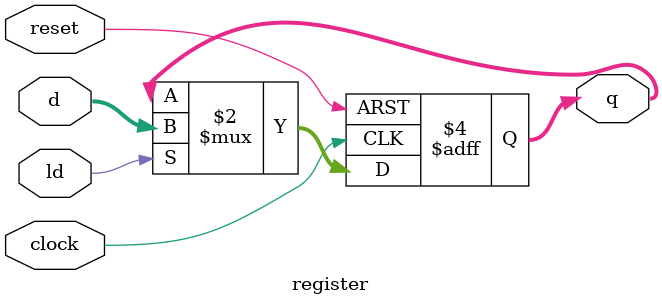
<source format=v>

`timescale 1ns / 1ps

module register(clock, reset, d, q, ld);
    parameter XLEN = 32;
    parameter reset_val = 0;
    parameter sync_reset = "FALSE";
    
    input clock;
    input reset;
    input [XLEN-1:0] d;
    output[XLEN-1:0] q;
    input ld;
    
    reg [XLEN-1:0] q;

    generate
    if ( sync_reset == "TRUE" ) begin
        always @(posedge clock) begin
            if ( reset ) q <= reset_val;
            else if ( ld ) q <= d;
        end
    end else begin
        always @(posedge clock or posedge reset) begin
            if ( reset ) q <= reset_val;
            else if ( ld ) q <= d;
        end
    end
    endgenerate
endmodule

</source>
